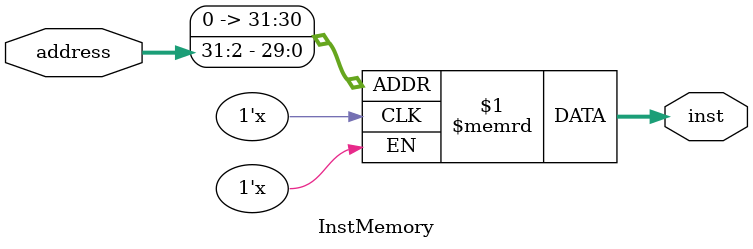
<source format=v>
`timescale 1ns / 1ps


module InstMemory(
    input [31 : 0] address,
    output [31 : 0] inst
    );
    
    reg [31 : 0] instFile [0 : 1023];
    assign inst = instFile[address >> 2];
endmodule

</source>
